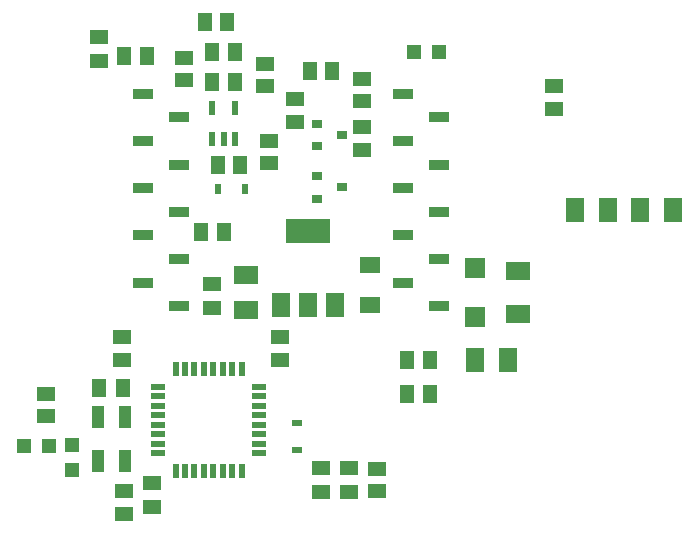
<source format=gtp>
G75*
G70*
%OFA0B0*%
%FSLAX24Y24*%
%IPPOS*%
%LPD*%
%AMOC8*
5,1,8,0,0,1.08239X$1,22.5*
%
%ADD10R,0.0630X0.0512*%
%ADD11R,0.0433X0.0748*%
%ADD12R,0.0512X0.0630*%
%ADD13R,0.0500X0.0220*%
%ADD14R,0.0220X0.0500*%
%ADD15R,0.0669X0.0335*%
%ADD16R,0.0472X0.0472*%
%ADD17R,0.0354X0.0315*%
%ADD18R,0.0590X0.0790*%
%ADD19R,0.1500X0.0790*%
%ADD20R,0.0236X0.0472*%
%ADD21R,0.0630X0.0787*%
%ADD22R,0.0327X0.0248*%
%ADD23R,0.0248X0.0327*%
%ADD24R,0.0787X0.0591*%
%ADD25R,0.0669X0.0709*%
%ADD26R,0.0827X0.0591*%
%ADD27R,0.0709X0.0551*%
D10*
X006127Y001812D03*
X007064Y002042D03*
X006127Y002560D03*
X007064Y002829D03*
X003502Y005062D03*
X003502Y005810D03*
X006064Y006937D03*
X006064Y007685D03*
X009064Y008667D03*
X009064Y009454D03*
X011314Y007685D03*
X011314Y006937D03*
X012689Y003329D03*
X013627Y003329D03*
X014564Y003310D03*
X014564Y002562D03*
X013627Y002542D03*
X012689Y002542D03*
X010939Y013499D03*
X010939Y014247D03*
X011814Y014874D03*
X011814Y015622D03*
X010814Y016062D03*
X010814Y016810D03*
X008127Y016997D03*
X008127Y016249D03*
X005279Y016899D03*
X005279Y017687D03*
X014064Y016310D03*
X014064Y015562D03*
X014064Y014704D03*
X014064Y013917D03*
X020439Y015312D03*
X020439Y016060D03*
D11*
X006142Y005039D03*
X005236Y005039D03*
X005236Y003582D03*
X006142Y003582D03*
D12*
X006083Y005998D03*
X005295Y005998D03*
X008670Y011186D03*
X009458Y011186D03*
X009253Y013436D03*
X010001Y013436D03*
X009813Y016186D03*
X009065Y016186D03*
X009045Y017186D03*
X009833Y017186D03*
X009563Y018186D03*
X008815Y018186D03*
X006876Y017061D03*
X006128Y017061D03*
X012315Y016561D03*
X013063Y016561D03*
X015565Y006936D03*
X016313Y006936D03*
X016333Y005811D03*
X015545Y005811D03*
D13*
X010629Y005723D03*
X010629Y006038D03*
X010629Y005408D03*
X010629Y005093D03*
X010629Y004778D03*
X010629Y004463D03*
X010629Y004148D03*
X010629Y003833D03*
X007249Y003833D03*
X007249Y004148D03*
X007249Y004463D03*
X007249Y004778D03*
X007249Y005093D03*
X007249Y005408D03*
X007249Y005723D03*
X007249Y006038D03*
D14*
X007837Y006626D03*
X008152Y006626D03*
X008467Y006626D03*
X008782Y006626D03*
X009097Y006626D03*
X009411Y006626D03*
X009726Y006626D03*
X010041Y006626D03*
X010041Y003246D03*
X009726Y003246D03*
X009411Y003246D03*
X009097Y003246D03*
X008782Y003246D03*
X008467Y003246D03*
X008152Y003246D03*
X007837Y003246D03*
D15*
X007949Y008723D03*
X006768Y009510D03*
X007949Y010298D03*
X006768Y011085D03*
X007949Y011873D03*
X006768Y012660D03*
X007949Y013447D03*
X006768Y014235D03*
X007949Y015022D03*
X006768Y015810D03*
X015429Y015810D03*
X016610Y015022D03*
X015429Y014235D03*
X016610Y013447D03*
X015429Y012660D03*
X016610Y011873D03*
X015429Y011085D03*
X016610Y010298D03*
X015429Y009510D03*
X016610Y008723D03*
D16*
X004377Y003272D03*
X004377Y004099D03*
X003602Y004061D03*
X002776Y004061D03*
X015776Y017186D03*
X016602Y017186D03*
D17*
X012545Y014810D03*
X013372Y014436D03*
X012545Y014062D03*
X012545Y013060D03*
X013372Y012686D03*
X012545Y012312D03*
D18*
X012262Y008758D03*
X013162Y008758D03*
X011362Y008758D03*
D19*
X012252Y011238D03*
D20*
X009813Y014296D03*
X009439Y014296D03*
X009065Y014296D03*
X009065Y015325D03*
X009813Y015325D03*
D21*
X021138Y011936D03*
X022240Y011936D03*
X023325Y011936D03*
X024428Y011936D03*
X018928Y006936D03*
X017825Y006936D03*
D22*
X011877Y004826D03*
X011877Y003920D03*
D23*
X010142Y012623D03*
X009236Y012623D03*
D24*
X010189Y009776D03*
X010189Y008595D03*
D25*
X017814Y008379D03*
X017814Y009993D03*
D26*
X019252Y009894D03*
X019252Y008477D03*
D27*
X014314Y008766D03*
X014314Y010105D03*
M02*

</source>
